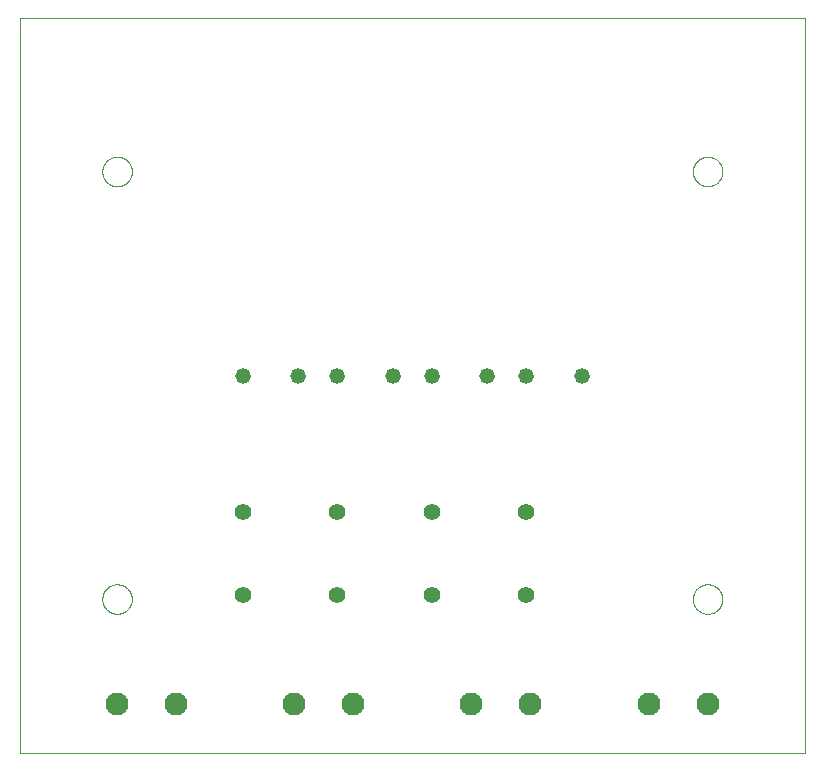
<source format=gtl>
G75*
%MOIN*%
%OFA0B0*%
%FSLAX25Y25*%
%IPPOS*%
%LPD*%
%AMOC8*
5,1,8,0,0,1.08239X$1,22.5*
%
%ADD10C,0.00000*%
%ADD11C,0.05200*%
%ADD12C,0.05500*%
%ADD13C,0.05543*%
%ADD14C,0.07677*%
D10*
X0001000Y0010394D02*
X0001000Y0255276D01*
X0262811Y0255276D01*
X0262811Y0010394D01*
X0001000Y0010394D01*
X0028559Y0061575D02*
X0028561Y0061715D01*
X0028567Y0061855D01*
X0028577Y0061994D01*
X0028591Y0062133D01*
X0028609Y0062272D01*
X0028630Y0062410D01*
X0028656Y0062548D01*
X0028686Y0062685D01*
X0028719Y0062820D01*
X0028757Y0062955D01*
X0028798Y0063089D01*
X0028843Y0063222D01*
X0028891Y0063353D01*
X0028944Y0063482D01*
X0029000Y0063611D01*
X0029059Y0063737D01*
X0029123Y0063862D01*
X0029189Y0063985D01*
X0029260Y0064106D01*
X0029333Y0064225D01*
X0029410Y0064342D01*
X0029491Y0064456D01*
X0029574Y0064568D01*
X0029661Y0064678D01*
X0029751Y0064786D01*
X0029843Y0064890D01*
X0029939Y0064992D01*
X0030038Y0065092D01*
X0030139Y0065188D01*
X0030243Y0065282D01*
X0030350Y0065372D01*
X0030459Y0065459D01*
X0030571Y0065544D01*
X0030685Y0065625D01*
X0030801Y0065703D01*
X0030919Y0065777D01*
X0031040Y0065848D01*
X0031162Y0065916D01*
X0031287Y0065980D01*
X0031413Y0066041D01*
X0031540Y0066098D01*
X0031670Y0066151D01*
X0031801Y0066201D01*
X0031933Y0066246D01*
X0032066Y0066289D01*
X0032201Y0066327D01*
X0032336Y0066361D01*
X0032473Y0066392D01*
X0032610Y0066419D01*
X0032748Y0066441D01*
X0032887Y0066460D01*
X0033026Y0066475D01*
X0033165Y0066486D01*
X0033305Y0066493D01*
X0033445Y0066496D01*
X0033585Y0066495D01*
X0033725Y0066490D01*
X0033864Y0066481D01*
X0034004Y0066468D01*
X0034143Y0066451D01*
X0034281Y0066430D01*
X0034419Y0066406D01*
X0034556Y0066377D01*
X0034692Y0066345D01*
X0034827Y0066308D01*
X0034961Y0066268D01*
X0035094Y0066224D01*
X0035225Y0066176D01*
X0035355Y0066125D01*
X0035484Y0066070D01*
X0035611Y0066011D01*
X0035736Y0065948D01*
X0035859Y0065883D01*
X0035981Y0065813D01*
X0036100Y0065740D01*
X0036218Y0065664D01*
X0036333Y0065585D01*
X0036446Y0065502D01*
X0036556Y0065416D01*
X0036664Y0065327D01*
X0036769Y0065235D01*
X0036872Y0065140D01*
X0036972Y0065042D01*
X0037069Y0064942D01*
X0037163Y0064838D01*
X0037255Y0064732D01*
X0037343Y0064624D01*
X0037428Y0064513D01*
X0037510Y0064399D01*
X0037589Y0064283D01*
X0037664Y0064166D01*
X0037736Y0064046D01*
X0037804Y0063924D01*
X0037869Y0063800D01*
X0037931Y0063674D01*
X0037989Y0063547D01*
X0038043Y0063418D01*
X0038094Y0063287D01*
X0038140Y0063155D01*
X0038183Y0063022D01*
X0038223Y0062888D01*
X0038258Y0062753D01*
X0038290Y0062616D01*
X0038317Y0062479D01*
X0038341Y0062341D01*
X0038361Y0062203D01*
X0038377Y0062064D01*
X0038389Y0061924D01*
X0038397Y0061785D01*
X0038401Y0061645D01*
X0038401Y0061505D01*
X0038397Y0061365D01*
X0038389Y0061226D01*
X0038377Y0061086D01*
X0038361Y0060947D01*
X0038341Y0060809D01*
X0038317Y0060671D01*
X0038290Y0060534D01*
X0038258Y0060397D01*
X0038223Y0060262D01*
X0038183Y0060128D01*
X0038140Y0059995D01*
X0038094Y0059863D01*
X0038043Y0059732D01*
X0037989Y0059603D01*
X0037931Y0059476D01*
X0037869Y0059350D01*
X0037804Y0059226D01*
X0037736Y0059104D01*
X0037664Y0058984D01*
X0037589Y0058867D01*
X0037510Y0058751D01*
X0037428Y0058637D01*
X0037343Y0058526D01*
X0037255Y0058418D01*
X0037163Y0058312D01*
X0037069Y0058208D01*
X0036972Y0058108D01*
X0036872Y0058010D01*
X0036769Y0057915D01*
X0036664Y0057823D01*
X0036556Y0057734D01*
X0036446Y0057648D01*
X0036333Y0057565D01*
X0036218Y0057486D01*
X0036100Y0057410D01*
X0035981Y0057337D01*
X0035859Y0057267D01*
X0035736Y0057202D01*
X0035611Y0057139D01*
X0035484Y0057080D01*
X0035355Y0057025D01*
X0035225Y0056974D01*
X0035094Y0056926D01*
X0034961Y0056882D01*
X0034827Y0056842D01*
X0034692Y0056805D01*
X0034556Y0056773D01*
X0034419Y0056744D01*
X0034281Y0056720D01*
X0034143Y0056699D01*
X0034004Y0056682D01*
X0033864Y0056669D01*
X0033725Y0056660D01*
X0033585Y0056655D01*
X0033445Y0056654D01*
X0033305Y0056657D01*
X0033165Y0056664D01*
X0033026Y0056675D01*
X0032887Y0056690D01*
X0032748Y0056709D01*
X0032610Y0056731D01*
X0032473Y0056758D01*
X0032336Y0056789D01*
X0032201Y0056823D01*
X0032066Y0056861D01*
X0031933Y0056904D01*
X0031801Y0056949D01*
X0031670Y0056999D01*
X0031540Y0057052D01*
X0031413Y0057109D01*
X0031287Y0057170D01*
X0031162Y0057234D01*
X0031040Y0057302D01*
X0030919Y0057373D01*
X0030801Y0057447D01*
X0030685Y0057525D01*
X0030571Y0057606D01*
X0030459Y0057691D01*
X0030350Y0057778D01*
X0030243Y0057868D01*
X0030139Y0057962D01*
X0030038Y0058058D01*
X0029939Y0058158D01*
X0029843Y0058260D01*
X0029751Y0058364D01*
X0029661Y0058472D01*
X0029574Y0058582D01*
X0029491Y0058694D01*
X0029410Y0058808D01*
X0029333Y0058925D01*
X0029260Y0059044D01*
X0029189Y0059165D01*
X0029123Y0059288D01*
X0029059Y0059413D01*
X0029000Y0059539D01*
X0028944Y0059668D01*
X0028891Y0059797D01*
X0028843Y0059928D01*
X0028798Y0060061D01*
X0028757Y0060195D01*
X0028719Y0060330D01*
X0028686Y0060465D01*
X0028656Y0060602D01*
X0028630Y0060740D01*
X0028609Y0060878D01*
X0028591Y0061017D01*
X0028577Y0061156D01*
X0028567Y0061295D01*
X0028561Y0061435D01*
X0028559Y0061575D01*
X0028559Y0204094D02*
X0028561Y0204234D01*
X0028567Y0204374D01*
X0028577Y0204513D01*
X0028591Y0204652D01*
X0028609Y0204791D01*
X0028630Y0204929D01*
X0028656Y0205067D01*
X0028686Y0205204D01*
X0028719Y0205339D01*
X0028757Y0205474D01*
X0028798Y0205608D01*
X0028843Y0205741D01*
X0028891Y0205872D01*
X0028944Y0206001D01*
X0029000Y0206130D01*
X0029059Y0206256D01*
X0029123Y0206381D01*
X0029189Y0206504D01*
X0029260Y0206625D01*
X0029333Y0206744D01*
X0029410Y0206861D01*
X0029491Y0206975D01*
X0029574Y0207087D01*
X0029661Y0207197D01*
X0029751Y0207305D01*
X0029843Y0207409D01*
X0029939Y0207511D01*
X0030038Y0207611D01*
X0030139Y0207707D01*
X0030243Y0207801D01*
X0030350Y0207891D01*
X0030459Y0207978D01*
X0030571Y0208063D01*
X0030685Y0208144D01*
X0030801Y0208222D01*
X0030919Y0208296D01*
X0031040Y0208367D01*
X0031162Y0208435D01*
X0031287Y0208499D01*
X0031413Y0208560D01*
X0031540Y0208617D01*
X0031670Y0208670D01*
X0031801Y0208720D01*
X0031933Y0208765D01*
X0032066Y0208808D01*
X0032201Y0208846D01*
X0032336Y0208880D01*
X0032473Y0208911D01*
X0032610Y0208938D01*
X0032748Y0208960D01*
X0032887Y0208979D01*
X0033026Y0208994D01*
X0033165Y0209005D01*
X0033305Y0209012D01*
X0033445Y0209015D01*
X0033585Y0209014D01*
X0033725Y0209009D01*
X0033864Y0209000D01*
X0034004Y0208987D01*
X0034143Y0208970D01*
X0034281Y0208949D01*
X0034419Y0208925D01*
X0034556Y0208896D01*
X0034692Y0208864D01*
X0034827Y0208827D01*
X0034961Y0208787D01*
X0035094Y0208743D01*
X0035225Y0208695D01*
X0035355Y0208644D01*
X0035484Y0208589D01*
X0035611Y0208530D01*
X0035736Y0208467D01*
X0035859Y0208402D01*
X0035981Y0208332D01*
X0036100Y0208259D01*
X0036218Y0208183D01*
X0036333Y0208104D01*
X0036446Y0208021D01*
X0036556Y0207935D01*
X0036664Y0207846D01*
X0036769Y0207754D01*
X0036872Y0207659D01*
X0036972Y0207561D01*
X0037069Y0207461D01*
X0037163Y0207357D01*
X0037255Y0207251D01*
X0037343Y0207143D01*
X0037428Y0207032D01*
X0037510Y0206918D01*
X0037589Y0206802D01*
X0037664Y0206685D01*
X0037736Y0206565D01*
X0037804Y0206443D01*
X0037869Y0206319D01*
X0037931Y0206193D01*
X0037989Y0206066D01*
X0038043Y0205937D01*
X0038094Y0205806D01*
X0038140Y0205674D01*
X0038183Y0205541D01*
X0038223Y0205407D01*
X0038258Y0205272D01*
X0038290Y0205135D01*
X0038317Y0204998D01*
X0038341Y0204860D01*
X0038361Y0204722D01*
X0038377Y0204583D01*
X0038389Y0204443D01*
X0038397Y0204304D01*
X0038401Y0204164D01*
X0038401Y0204024D01*
X0038397Y0203884D01*
X0038389Y0203745D01*
X0038377Y0203605D01*
X0038361Y0203466D01*
X0038341Y0203328D01*
X0038317Y0203190D01*
X0038290Y0203053D01*
X0038258Y0202916D01*
X0038223Y0202781D01*
X0038183Y0202647D01*
X0038140Y0202514D01*
X0038094Y0202382D01*
X0038043Y0202251D01*
X0037989Y0202122D01*
X0037931Y0201995D01*
X0037869Y0201869D01*
X0037804Y0201745D01*
X0037736Y0201623D01*
X0037664Y0201503D01*
X0037589Y0201386D01*
X0037510Y0201270D01*
X0037428Y0201156D01*
X0037343Y0201045D01*
X0037255Y0200937D01*
X0037163Y0200831D01*
X0037069Y0200727D01*
X0036972Y0200627D01*
X0036872Y0200529D01*
X0036769Y0200434D01*
X0036664Y0200342D01*
X0036556Y0200253D01*
X0036446Y0200167D01*
X0036333Y0200084D01*
X0036218Y0200005D01*
X0036100Y0199929D01*
X0035981Y0199856D01*
X0035859Y0199786D01*
X0035736Y0199721D01*
X0035611Y0199658D01*
X0035484Y0199599D01*
X0035355Y0199544D01*
X0035225Y0199493D01*
X0035094Y0199445D01*
X0034961Y0199401D01*
X0034827Y0199361D01*
X0034692Y0199324D01*
X0034556Y0199292D01*
X0034419Y0199263D01*
X0034281Y0199239D01*
X0034143Y0199218D01*
X0034004Y0199201D01*
X0033864Y0199188D01*
X0033725Y0199179D01*
X0033585Y0199174D01*
X0033445Y0199173D01*
X0033305Y0199176D01*
X0033165Y0199183D01*
X0033026Y0199194D01*
X0032887Y0199209D01*
X0032748Y0199228D01*
X0032610Y0199250D01*
X0032473Y0199277D01*
X0032336Y0199308D01*
X0032201Y0199342D01*
X0032066Y0199380D01*
X0031933Y0199423D01*
X0031801Y0199468D01*
X0031670Y0199518D01*
X0031540Y0199571D01*
X0031413Y0199628D01*
X0031287Y0199689D01*
X0031162Y0199753D01*
X0031040Y0199821D01*
X0030919Y0199892D01*
X0030801Y0199966D01*
X0030685Y0200044D01*
X0030571Y0200125D01*
X0030459Y0200210D01*
X0030350Y0200297D01*
X0030243Y0200387D01*
X0030139Y0200481D01*
X0030038Y0200577D01*
X0029939Y0200677D01*
X0029843Y0200779D01*
X0029751Y0200883D01*
X0029661Y0200991D01*
X0029574Y0201101D01*
X0029491Y0201213D01*
X0029410Y0201327D01*
X0029333Y0201444D01*
X0029260Y0201563D01*
X0029189Y0201684D01*
X0029123Y0201807D01*
X0029059Y0201932D01*
X0029000Y0202058D01*
X0028944Y0202187D01*
X0028891Y0202316D01*
X0028843Y0202447D01*
X0028798Y0202580D01*
X0028757Y0202714D01*
X0028719Y0202849D01*
X0028686Y0202984D01*
X0028656Y0203121D01*
X0028630Y0203259D01*
X0028609Y0203397D01*
X0028591Y0203536D01*
X0028577Y0203675D01*
X0028567Y0203814D01*
X0028561Y0203954D01*
X0028559Y0204094D01*
X0225410Y0204094D02*
X0225412Y0204234D01*
X0225418Y0204374D01*
X0225428Y0204513D01*
X0225442Y0204652D01*
X0225460Y0204791D01*
X0225481Y0204929D01*
X0225507Y0205067D01*
X0225537Y0205204D01*
X0225570Y0205339D01*
X0225608Y0205474D01*
X0225649Y0205608D01*
X0225694Y0205741D01*
X0225742Y0205872D01*
X0225795Y0206001D01*
X0225851Y0206130D01*
X0225910Y0206256D01*
X0225974Y0206381D01*
X0226040Y0206504D01*
X0226111Y0206625D01*
X0226184Y0206744D01*
X0226261Y0206861D01*
X0226342Y0206975D01*
X0226425Y0207087D01*
X0226512Y0207197D01*
X0226602Y0207305D01*
X0226694Y0207409D01*
X0226790Y0207511D01*
X0226889Y0207611D01*
X0226990Y0207707D01*
X0227094Y0207801D01*
X0227201Y0207891D01*
X0227310Y0207978D01*
X0227422Y0208063D01*
X0227536Y0208144D01*
X0227652Y0208222D01*
X0227770Y0208296D01*
X0227891Y0208367D01*
X0228013Y0208435D01*
X0228138Y0208499D01*
X0228264Y0208560D01*
X0228391Y0208617D01*
X0228521Y0208670D01*
X0228652Y0208720D01*
X0228784Y0208765D01*
X0228917Y0208808D01*
X0229052Y0208846D01*
X0229187Y0208880D01*
X0229324Y0208911D01*
X0229461Y0208938D01*
X0229599Y0208960D01*
X0229738Y0208979D01*
X0229877Y0208994D01*
X0230016Y0209005D01*
X0230156Y0209012D01*
X0230296Y0209015D01*
X0230436Y0209014D01*
X0230576Y0209009D01*
X0230715Y0209000D01*
X0230855Y0208987D01*
X0230994Y0208970D01*
X0231132Y0208949D01*
X0231270Y0208925D01*
X0231407Y0208896D01*
X0231543Y0208864D01*
X0231678Y0208827D01*
X0231812Y0208787D01*
X0231945Y0208743D01*
X0232076Y0208695D01*
X0232206Y0208644D01*
X0232335Y0208589D01*
X0232462Y0208530D01*
X0232587Y0208467D01*
X0232710Y0208402D01*
X0232832Y0208332D01*
X0232951Y0208259D01*
X0233069Y0208183D01*
X0233184Y0208104D01*
X0233297Y0208021D01*
X0233407Y0207935D01*
X0233515Y0207846D01*
X0233620Y0207754D01*
X0233723Y0207659D01*
X0233823Y0207561D01*
X0233920Y0207461D01*
X0234014Y0207357D01*
X0234106Y0207251D01*
X0234194Y0207143D01*
X0234279Y0207032D01*
X0234361Y0206918D01*
X0234440Y0206802D01*
X0234515Y0206685D01*
X0234587Y0206565D01*
X0234655Y0206443D01*
X0234720Y0206319D01*
X0234782Y0206193D01*
X0234840Y0206066D01*
X0234894Y0205937D01*
X0234945Y0205806D01*
X0234991Y0205674D01*
X0235034Y0205541D01*
X0235074Y0205407D01*
X0235109Y0205272D01*
X0235141Y0205135D01*
X0235168Y0204998D01*
X0235192Y0204860D01*
X0235212Y0204722D01*
X0235228Y0204583D01*
X0235240Y0204443D01*
X0235248Y0204304D01*
X0235252Y0204164D01*
X0235252Y0204024D01*
X0235248Y0203884D01*
X0235240Y0203745D01*
X0235228Y0203605D01*
X0235212Y0203466D01*
X0235192Y0203328D01*
X0235168Y0203190D01*
X0235141Y0203053D01*
X0235109Y0202916D01*
X0235074Y0202781D01*
X0235034Y0202647D01*
X0234991Y0202514D01*
X0234945Y0202382D01*
X0234894Y0202251D01*
X0234840Y0202122D01*
X0234782Y0201995D01*
X0234720Y0201869D01*
X0234655Y0201745D01*
X0234587Y0201623D01*
X0234515Y0201503D01*
X0234440Y0201386D01*
X0234361Y0201270D01*
X0234279Y0201156D01*
X0234194Y0201045D01*
X0234106Y0200937D01*
X0234014Y0200831D01*
X0233920Y0200727D01*
X0233823Y0200627D01*
X0233723Y0200529D01*
X0233620Y0200434D01*
X0233515Y0200342D01*
X0233407Y0200253D01*
X0233297Y0200167D01*
X0233184Y0200084D01*
X0233069Y0200005D01*
X0232951Y0199929D01*
X0232832Y0199856D01*
X0232710Y0199786D01*
X0232587Y0199721D01*
X0232462Y0199658D01*
X0232335Y0199599D01*
X0232206Y0199544D01*
X0232076Y0199493D01*
X0231945Y0199445D01*
X0231812Y0199401D01*
X0231678Y0199361D01*
X0231543Y0199324D01*
X0231407Y0199292D01*
X0231270Y0199263D01*
X0231132Y0199239D01*
X0230994Y0199218D01*
X0230855Y0199201D01*
X0230715Y0199188D01*
X0230576Y0199179D01*
X0230436Y0199174D01*
X0230296Y0199173D01*
X0230156Y0199176D01*
X0230016Y0199183D01*
X0229877Y0199194D01*
X0229738Y0199209D01*
X0229599Y0199228D01*
X0229461Y0199250D01*
X0229324Y0199277D01*
X0229187Y0199308D01*
X0229052Y0199342D01*
X0228917Y0199380D01*
X0228784Y0199423D01*
X0228652Y0199468D01*
X0228521Y0199518D01*
X0228391Y0199571D01*
X0228264Y0199628D01*
X0228138Y0199689D01*
X0228013Y0199753D01*
X0227891Y0199821D01*
X0227770Y0199892D01*
X0227652Y0199966D01*
X0227536Y0200044D01*
X0227422Y0200125D01*
X0227310Y0200210D01*
X0227201Y0200297D01*
X0227094Y0200387D01*
X0226990Y0200481D01*
X0226889Y0200577D01*
X0226790Y0200677D01*
X0226694Y0200779D01*
X0226602Y0200883D01*
X0226512Y0200991D01*
X0226425Y0201101D01*
X0226342Y0201213D01*
X0226261Y0201327D01*
X0226184Y0201444D01*
X0226111Y0201563D01*
X0226040Y0201684D01*
X0225974Y0201807D01*
X0225910Y0201932D01*
X0225851Y0202058D01*
X0225795Y0202187D01*
X0225742Y0202316D01*
X0225694Y0202447D01*
X0225649Y0202580D01*
X0225608Y0202714D01*
X0225570Y0202849D01*
X0225537Y0202984D01*
X0225507Y0203121D01*
X0225481Y0203259D01*
X0225460Y0203397D01*
X0225442Y0203536D01*
X0225428Y0203675D01*
X0225418Y0203814D01*
X0225412Y0203954D01*
X0225410Y0204094D01*
X0225410Y0061575D02*
X0225412Y0061715D01*
X0225418Y0061855D01*
X0225428Y0061994D01*
X0225442Y0062133D01*
X0225460Y0062272D01*
X0225481Y0062410D01*
X0225507Y0062548D01*
X0225537Y0062685D01*
X0225570Y0062820D01*
X0225608Y0062955D01*
X0225649Y0063089D01*
X0225694Y0063222D01*
X0225742Y0063353D01*
X0225795Y0063482D01*
X0225851Y0063611D01*
X0225910Y0063737D01*
X0225974Y0063862D01*
X0226040Y0063985D01*
X0226111Y0064106D01*
X0226184Y0064225D01*
X0226261Y0064342D01*
X0226342Y0064456D01*
X0226425Y0064568D01*
X0226512Y0064678D01*
X0226602Y0064786D01*
X0226694Y0064890D01*
X0226790Y0064992D01*
X0226889Y0065092D01*
X0226990Y0065188D01*
X0227094Y0065282D01*
X0227201Y0065372D01*
X0227310Y0065459D01*
X0227422Y0065544D01*
X0227536Y0065625D01*
X0227652Y0065703D01*
X0227770Y0065777D01*
X0227891Y0065848D01*
X0228013Y0065916D01*
X0228138Y0065980D01*
X0228264Y0066041D01*
X0228391Y0066098D01*
X0228521Y0066151D01*
X0228652Y0066201D01*
X0228784Y0066246D01*
X0228917Y0066289D01*
X0229052Y0066327D01*
X0229187Y0066361D01*
X0229324Y0066392D01*
X0229461Y0066419D01*
X0229599Y0066441D01*
X0229738Y0066460D01*
X0229877Y0066475D01*
X0230016Y0066486D01*
X0230156Y0066493D01*
X0230296Y0066496D01*
X0230436Y0066495D01*
X0230576Y0066490D01*
X0230715Y0066481D01*
X0230855Y0066468D01*
X0230994Y0066451D01*
X0231132Y0066430D01*
X0231270Y0066406D01*
X0231407Y0066377D01*
X0231543Y0066345D01*
X0231678Y0066308D01*
X0231812Y0066268D01*
X0231945Y0066224D01*
X0232076Y0066176D01*
X0232206Y0066125D01*
X0232335Y0066070D01*
X0232462Y0066011D01*
X0232587Y0065948D01*
X0232710Y0065883D01*
X0232832Y0065813D01*
X0232951Y0065740D01*
X0233069Y0065664D01*
X0233184Y0065585D01*
X0233297Y0065502D01*
X0233407Y0065416D01*
X0233515Y0065327D01*
X0233620Y0065235D01*
X0233723Y0065140D01*
X0233823Y0065042D01*
X0233920Y0064942D01*
X0234014Y0064838D01*
X0234106Y0064732D01*
X0234194Y0064624D01*
X0234279Y0064513D01*
X0234361Y0064399D01*
X0234440Y0064283D01*
X0234515Y0064166D01*
X0234587Y0064046D01*
X0234655Y0063924D01*
X0234720Y0063800D01*
X0234782Y0063674D01*
X0234840Y0063547D01*
X0234894Y0063418D01*
X0234945Y0063287D01*
X0234991Y0063155D01*
X0235034Y0063022D01*
X0235074Y0062888D01*
X0235109Y0062753D01*
X0235141Y0062616D01*
X0235168Y0062479D01*
X0235192Y0062341D01*
X0235212Y0062203D01*
X0235228Y0062064D01*
X0235240Y0061924D01*
X0235248Y0061785D01*
X0235252Y0061645D01*
X0235252Y0061505D01*
X0235248Y0061365D01*
X0235240Y0061226D01*
X0235228Y0061086D01*
X0235212Y0060947D01*
X0235192Y0060809D01*
X0235168Y0060671D01*
X0235141Y0060534D01*
X0235109Y0060397D01*
X0235074Y0060262D01*
X0235034Y0060128D01*
X0234991Y0059995D01*
X0234945Y0059863D01*
X0234894Y0059732D01*
X0234840Y0059603D01*
X0234782Y0059476D01*
X0234720Y0059350D01*
X0234655Y0059226D01*
X0234587Y0059104D01*
X0234515Y0058984D01*
X0234440Y0058867D01*
X0234361Y0058751D01*
X0234279Y0058637D01*
X0234194Y0058526D01*
X0234106Y0058418D01*
X0234014Y0058312D01*
X0233920Y0058208D01*
X0233823Y0058108D01*
X0233723Y0058010D01*
X0233620Y0057915D01*
X0233515Y0057823D01*
X0233407Y0057734D01*
X0233297Y0057648D01*
X0233184Y0057565D01*
X0233069Y0057486D01*
X0232951Y0057410D01*
X0232832Y0057337D01*
X0232710Y0057267D01*
X0232587Y0057202D01*
X0232462Y0057139D01*
X0232335Y0057080D01*
X0232206Y0057025D01*
X0232076Y0056974D01*
X0231945Y0056926D01*
X0231812Y0056882D01*
X0231678Y0056842D01*
X0231543Y0056805D01*
X0231407Y0056773D01*
X0231270Y0056744D01*
X0231132Y0056720D01*
X0230994Y0056699D01*
X0230855Y0056682D01*
X0230715Y0056669D01*
X0230576Y0056660D01*
X0230436Y0056655D01*
X0230296Y0056654D01*
X0230156Y0056657D01*
X0230016Y0056664D01*
X0229877Y0056675D01*
X0229738Y0056690D01*
X0229599Y0056709D01*
X0229461Y0056731D01*
X0229324Y0056758D01*
X0229187Y0056789D01*
X0229052Y0056823D01*
X0228917Y0056861D01*
X0228784Y0056904D01*
X0228652Y0056949D01*
X0228521Y0056999D01*
X0228391Y0057052D01*
X0228264Y0057109D01*
X0228138Y0057170D01*
X0228013Y0057234D01*
X0227891Y0057302D01*
X0227770Y0057373D01*
X0227652Y0057447D01*
X0227536Y0057525D01*
X0227422Y0057606D01*
X0227310Y0057691D01*
X0227201Y0057778D01*
X0227094Y0057868D01*
X0226990Y0057962D01*
X0226889Y0058058D01*
X0226790Y0058158D01*
X0226694Y0058260D01*
X0226602Y0058364D01*
X0226512Y0058472D01*
X0226425Y0058582D01*
X0226342Y0058694D01*
X0226261Y0058808D01*
X0226184Y0058925D01*
X0226111Y0059044D01*
X0226040Y0059165D01*
X0225974Y0059288D01*
X0225910Y0059413D01*
X0225851Y0059539D01*
X0225795Y0059668D01*
X0225742Y0059797D01*
X0225694Y0059928D01*
X0225649Y0060061D01*
X0225608Y0060195D01*
X0225570Y0060330D01*
X0225537Y0060465D01*
X0225507Y0060602D01*
X0225481Y0060740D01*
X0225460Y0060878D01*
X0225442Y0061017D01*
X0225428Y0061156D01*
X0225418Y0061295D01*
X0225412Y0061435D01*
X0225410Y0061575D01*
D11*
X0188402Y0135787D03*
X0169898Y0135787D03*
X0156906Y0135787D03*
X0138402Y0135787D03*
X0125409Y0135787D03*
X0106906Y0135787D03*
X0093913Y0135787D03*
X0075409Y0135787D03*
D12*
X0075409Y0090512D03*
X0106906Y0090512D03*
X0138402Y0090512D03*
X0169898Y0090512D03*
D13*
X0169898Y0062953D03*
X0138402Y0062953D03*
X0106906Y0062953D03*
X0075409Y0062953D03*
D14*
X0092535Y0026732D03*
X0112220Y0026732D03*
X0151591Y0026732D03*
X0171276Y0026732D03*
X0210646Y0026732D03*
X0230331Y0026732D03*
X0053165Y0026732D03*
X0033480Y0026732D03*
M02*

</source>
